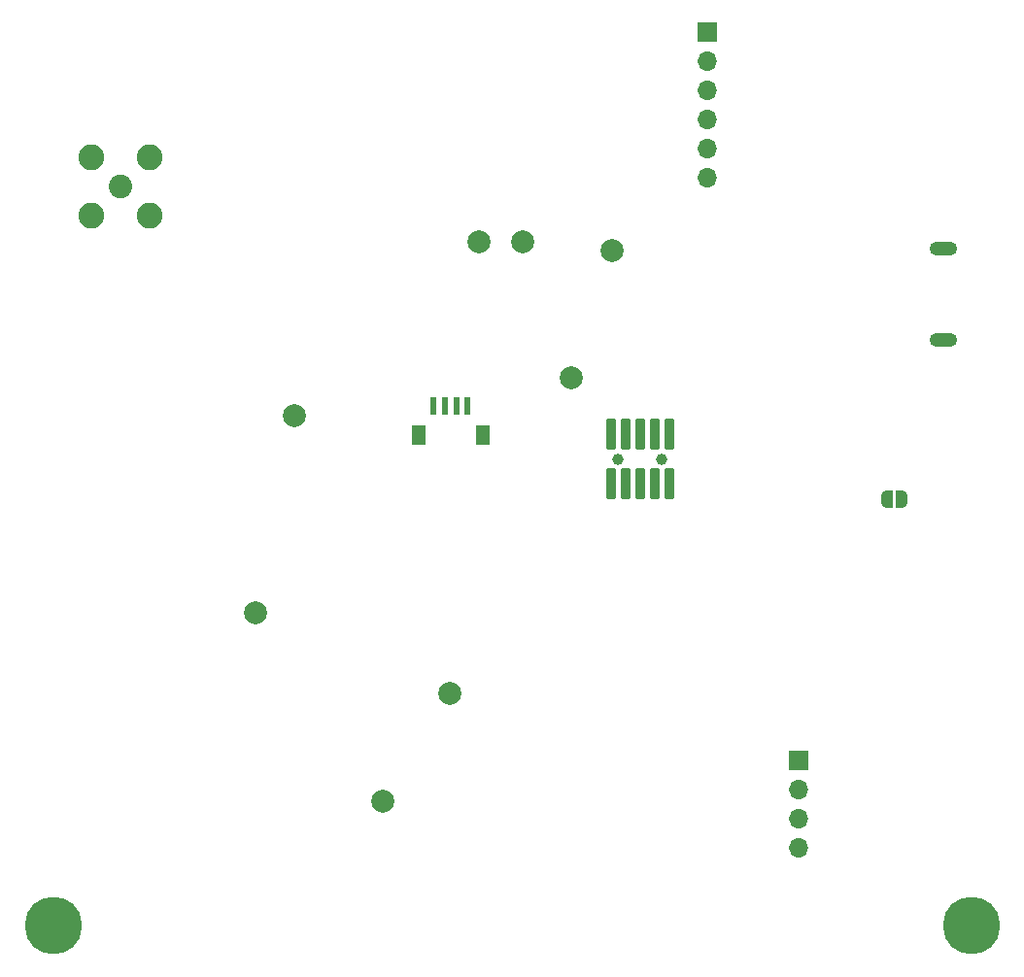
<source format=gbr>
%TF.GenerationSoftware,KiCad,Pcbnew,8.0.3*%
%TF.CreationDate,2024-10-08T19:21:31-07:00*%
%TF.ProjectId,FC_V4c_InspireFly_Special,46435f56-3463-45f4-996e-737069726546,rev?*%
%TF.SameCoordinates,Original*%
%TF.FileFunction,Soldermask,Bot*%
%TF.FilePolarity,Negative*%
%FSLAX46Y46*%
G04 Gerber Fmt 4.6, Leading zero omitted, Abs format (unit mm)*
G04 Created by KiCad (PCBNEW 8.0.3) date 2024-10-08 19:21:31*
%MOMM*%
%LPD*%
G01*
G04 APERTURE LIST*
G04 Aperture macros list*
%AMRoundRect*
0 Rectangle with rounded corners*
0 $1 Rounding radius*
0 $2 $3 $4 $5 $6 $7 $8 $9 X,Y pos of 4 corners*
0 Add a 4 corners polygon primitive as box body*
4,1,4,$2,$3,$4,$5,$6,$7,$8,$9,$2,$3,0*
0 Add four circle primitives for the rounded corners*
1,1,$1+$1,$2,$3*
1,1,$1+$1,$4,$5*
1,1,$1+$1,$6,$7*
1,1,$1+$1,$8,$9*
0 Add four rect primitives between the rounded corners*
20,1,$1+$1,$2,$3,$4,$5,0*
20,1,$1+$1,$4,$5,$6,$7,0*
20,1,$1+$1,$6,$7,$8,$9,0*
20,1,$1+$1,$8,$9,$2,$3,0*%
%AMFreePoly0*
4,1,19,0.500000,-0.750000,0.000000,-0.750000,0.000000,-0.744911,-0.071157,-0.744911,-0.207708,-0.704816,-0.327430,-0.627875,-0.420627,-0.520320,-0.479746,-0.390866,-0.500000,-0.250000,-0.500000,0.250000,-0.479746,0.390866,-0.420627,0.520320,-0.327430,0.627875,-0.207708,0.704816,-0.071157,0.744911,0.000000,0.744911,0.000000,0.750000,0.500000,0.750000,0.500000,-0.750000,0.500000,-0.750000,
$1*%
%AMFreePoly1*
4,1,19,0.000000,0.744911,0.071157,0.744911,0.207708,0.704816,0.327430,0.627875,0.420627,0.520320,0.479746,0.390866,0.500000,0.250000,0.500000,-0.250000,0.479746,-0.390866,0.420627,-0.520320,0.327430,-0.627875,0.207708,-0.704816,0.071157,-0.744911,0.000000,-0.744911,0.000000,-0.750000,-0.500000,-0.750000,-0.500000,0.750000,0.000000,0.750000,0.000000,0.744911,0.000000,0.744911,
$1*%
G04 Aperture macros list end*
%ADD10C,2.050000*%
%ADD11C,2.250000*%
%ADD12C,2.000000*%
%ADD13C,5.000000*%
%ADD14R,1.700000X1.700000*%
%ADD15O,1.700000X1.700000*%
%ADD16O,2.416000X1.208000*%
%ADD17C,1.000000*%
%ADD18RoundRect,0.050800X0.380000X1.300000X-0.380000X1.300000X-0.380000X-1.300000X0.380000X-1.300000X0*%
%ADD19R,0.600000X1.550000*%
%ADD20R,1.200000X1.800000*%
%ADD21FreePoly0,180.000000*%
%ADD22FreePoly1,180.000000*%
G04 APERTURE END LIST*
D10*
%TO.C,J6*%
X153170000Y-73600000D03*
D11*
X150630000Y-71060000D03*
X150630000Y-76140000D03*
X155710000Y-71060000D03*
X155710000Y-76140000D03*
%TD*%
D12*
%TO.C,TP3*%
X164900000Y-110800000D03*
%TD*%
%TO.C,TP6*%
X168300000Y-93600000D03*
%TD*%
D13*
%TO.C,H2*%
X227300000Y-138000000D03*
%TD*%
D12*
%TO.C,TP5*%
X181900000Y-117800000D03*
%TD*%
D14*
%TO.C,J10*%
X212300000Y-123620000D03*
D15*
X212300000Y-126160000D03*
X212300000Y-128700000D03*
X212300000Y-131240000D03*
%TD*%
D13*
%TO.C,H1*%
X147300000Y-138000000D03*
%TD*%
D12*
%TO.C,TP4*%
X176067500Y-127240000D03*
%TD*%
%TO.C,TP2*%
X192500000Y-90300000D03*
%TD*%
%TO.C,TP8*%
X188200000Y-78400000D03*
%TD*%
%TO.C,TP7*%
X184400000Y-78400000D03*
%TD*%
%TO.C,TP1*%
X196000000Y-79200000D03*
%TD*%
D16*
%TO.C,J8*%
X224920000Y-86970000D03*
X224920000Y-79070000D03*
%TD*%
D14*
%TO.C,J3*%
X204330000Y-60190000D03*
D15*
X204330000Y-62730000D03*
X204330000Y-65270000D03*
X204330000Y-67810000D03*
X204330000Y-70350000D03*
X204330000Y-72890000D03*
%TD*%
D17*
%TO.C,J1*%
X200345000Y-97380000D03*
X196535000Y-97380000D03*
D18*
X200980000Y-99530000D03*
X200980000Y-95230000D03*
X199710000Y-99530000D03*
X199710000Y-95230000D03*
X198440000Y-99530000D03*
X198440000Y-95230000D03*
X197170000Y-99530000D03*
X197170000Y-95230000D03*
X195900000Y-99530000D03*
X195900000Y-95230000D03*
%TD*%
D19*
%TO.C,J12*%
X180440000Y-92747500D03*
X181440000Y-92747500D03*
X182440000Y-92747500D03*
X183440000Y-92747500D03*
D20*
X179140000Y-95272500D03*
X184740000Y-95272500D03*
%TD*%
D21*
%TO.C,JP11*%
X221260000Y-100840000D03*
D22*
X219960000Y-100840000D03*
%TD*%
M02*

</source>
